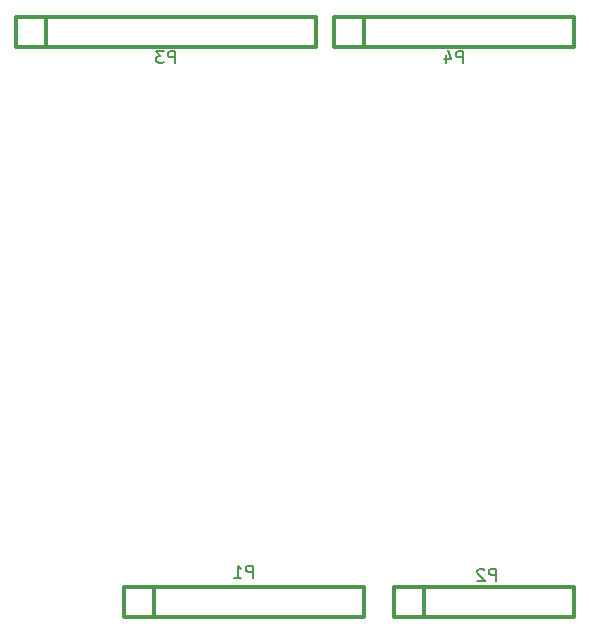
<source format=gbr>
G04 #@! TF.GenerationSoftware,KiCad,Pcbnew,(5.0.1)-3*
G04 #@! TF.CreationDate,2019-04-12T12:39:32-05:00*
G04 #@! TF.ProjectId,Arduino_As_Uno,41726475696E6F5F41735F556E6F2E6B,rev?*
G04 #@! TF.SameCoordinates,Original*
G04 #@! TF.FileFunction,Legend,Bot*
G04 #@! TF.FilePolarity,Positive*
%FSLAX46Y46*%
G04 Gerber Fmt 4.6, Leading zero omitted, Abs format (unit mm)*
G04 Created by KiCad (PCBNEW (5.0.1)-3) date 12/04/2019 12:39:32*
%MOMM*%
%LPD*%
G01*
G04 APERTURE LIST*
%ADD10C,0.304800*%
%ADD11C,0.203200*%
G04 APERTURE END LIST*
D10*
G04 #@! TO.C,P3*
X131064000Y-76835000D02*
X131064000Y-74295000D01*
X128524000Y-76835000D02*
X153924000Y-76835000D01*
X153924000Y-76835000D02*
X153924000Y-74295000D01*
X153924000Y-74295000D02*
X128524000Y-74295000D01*
X128524000Y-74295000D02*
X128524000Y-76835000D01*
G04 #@! TO.C,P1*
X140208000Y-125095000D02*
X140208000Y-122555000D01*
X137668000Y-125095000D02*
X157988000Y-125095000D01*
X157988000Y-125095000D02*
X157988000Y-122555000D01*
X157988000Y-122555000D02*
X137668000Y-122555000D01*
X137668000Y-122555000D02*
X137668000Y-125095000D01*
G04 #@! TO.C,P2*
X163068000Y-125095000D02*
X163068000Y-122555000D01*
X160528000Y-122555000D02*
X160528000Y-125095000D01*
X160528000Y-125095000D02*
X175768000Y-125095000D01*
X175768000Y-125095000D02*
X175768000Y-122555000D01*
X175768000Y-122555000D02*
X160528000Y-122555000D01*
G04 #@! TO.C,P4*
X157988000Y-76835000D02*
X157988000Y-74295000D01*
X155448000Y-76835000D02*
X175768000Y-76835000D01*
X175768000Y-76835000D02*
X175768000Y-74295000D01*
X175768000Y-74295000D02*
X155448000Y-74295000D01*
X155448000Y-74295000D02*
X155448000Y-76835000D01*
G04 #@! TO.C,P3*
D11*
X141973904Y-78183619D02*
X141973904Y-77167619D01*
X141586857Y-77167619D01*
X141490095Y-77216000D01*
X141441714Y-77264380D01*
X141393333Y-77361142D01*
X141393333Y-77506285D01*
X141441714Y-77603047D01*
X141490095Y-77651428D01*
X141586857Y-77699809D01*
X141973904Y-77699809D01*
X141054666Y-77167619D02*
X140425714Y-77167619D01*
X140764380Y-77554666D01*
X140619238Y-77554666D01*
X140522476Y-77603047D01*
X140474095Y-77651428D01*
X140425714Y-77748190D01*
X140425714Y-77990095D01*
X140474095Y-78086857D01*
X140522476Y-78135238D01*
X140619238Y-78183619D01*
X140909523Y-78183619D01*
X141006285Y-78135238D01*
X141054666Y-78086857D01*
G04 #@! TO.C,P1*
X148577904Y-121744619D02*
X148577904Y-120728619D01*
X148190857Y-120728619D01*
X148094095Y-120777000D01*
X148045714Y-120825380D01*
X147997333Y-120922142D01*
X147997333Y-121067285D01*
X148045714Y-121164047D01*
X148094095Y-121212428D01*
X148190857Y-121260809D01*
X148577904Y-121260809D01*
X147029714Y-121744619D02*
X147610285Y-121744619D01*
X147320000Y-121744619D02*
X147320000Y-120728619D01*
X147416761Y-120873761D01*
X147513523Y-120970523D01*
X147610285Y-121018904D01*
G04 #@! TO.C,P2*
X169151904Y-121998619D02*
X169151904Y-120982619D01*
X168764857Y-120982619D01*
X168668095Y-121031000D01*
X168619714Y-121079380D01*
X168571333Y-121176142D01*
X168571333Y-121321285D01*
X168619714Y-121418047D01*
X168668095Y-121466428D01*
X168764857Y-121514809D01*
X169151904Y-121514809D01*
X168184285Y-121079380D02*
X168135904Y-121031000D01*
X168039142Y-120982619D01*
X167797238Y-120982619D01*
X167700476Y-121031000D01*
X167652095Y-121079380D01*
X167603714Y-121176142D01*
X167603714Y-121272904D01*
X167652095Y-121418047D01*
X168232666Y-121998619D01*
X167603714Y-121998619D01*
G04 #@! TO.C,P4*
X166357904Y-78183619D02*
X166357904Y-77167619D01*
X165970857Y-77167619D01*
X165874095Y-77216000D01*
X165825714Y-77264380D01*
X165777333Y-77361142D01*
X165777333Y-77506285D01*
X165825714Y-77603047D01*
X165874095Y-77651428D01*
X165970857Y-77699809D01*
X166357904Y-77699809D01*
X164906476Y-77506285D02*
X164906476Y-78183619D01*
X165148380Y-77119238D02*
X165390285Y-77844952D01*
X164761333Y-77844952D01*
G04 #@! TD*
M02*

</source>
